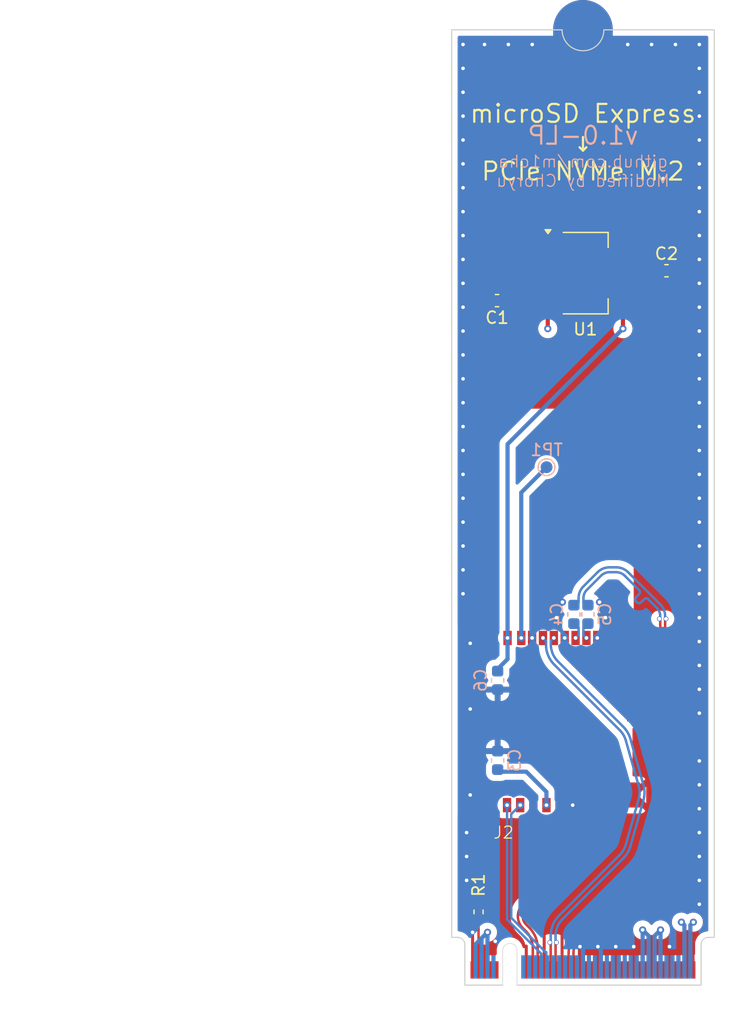
<source format=kicad_pcb>
(kicad_pcb (version 20241229) (generator "pcbnew") (generator_version "9.0")
  (layers (0 "F.Cu" signal) (4 "In1.Cu" power "In1.GND.Cu") (6 "In2.Cu" power "In2.VCC.Cu") (8 "In3.Cu" power "In3.VCC.Cu") (10 "In4.Cu" power "In4.GND.Cu") (2 "B.Cu" signal) (13 "F.Paste" user) (15 "B.Paste" user) (5 "F.SilkS" user "F.Silkscreen") (7 "B.SilkS" user "B.Silkscreen") (1 "F.Mask" user) (3 "B.Mask" user) (25 "Edge.Cuts" user))
  (net 0 "")
  (net 11 "GND")
  (net 14 "REFCLK-")
  (net 18 "+3V3")
  (net 24 "REFCLK+")
  (net 29 "~{CLKREQ}")
  (net 30 "~{PERST}")
  (net 37 "Net-(J1-VIO_CFG{slash}GND)")
  (net 42 "+1V8")
  (net 43 "Net-(J2-1V2)")
  (net 47 "PCIe_RX_CARD-")
  (net 48 "PCIe_RX-")
  (net 49 "PCIe_RX+")
  (net 50 "PCIe_RX_CARD+")
  (net 51 "PCIe_TX+")
  (net 52 "PCIe_TX-")
  (footprint "Capacitor_SMD:C_0603_1608Metric" (layer "F.Cu") (at 276.25 76.95)
    (property "Reference" "C2" (at 0 -1.43 0) (layer "F.SilkS"))
    (property "Value" "22uF")
    (fp_line (start -0.14058 -0.51) (end 0.14058 -0.51) (stroke (width 0.12)) (layer "F.SilkS"))
    (fp_line (start -0.14058 0.51) (end 0.14058 0.51) (stroke (width 0.12)) (layer "F.SilkS"))
    (pad "1" smd roundrect (at -0.775 0) (size 0.9 0.95) (layers "F.Cu" "F.Mask" "F.Paste") (net 42 "+1V8"))
    (pad "2" smd roundrect (at 0.775 0) (size 0.9 0.95) (layers "F.Cu" "F.Mask" "F.Paste") (net 11 "GND"))
  )
  (footprint "Resistor_SMD:R_0402_1005Metric" (layer "F.Cu") (at 260.5 130.64 -90)
    (property "Reference" "R1" (at -2.24 0 90) (layer "F.SilkS"))
    (property "Value" "DNP")
    (fp_line (start -0.153641 0.38) (end 0.153641 0.38) (stroke (width 0.12)) (layer "F.SilkS"))
    (fp_line (start -0.153641 -0.38) (end 0.153641 -0.38) (stroke (width 0.12)) (layer "F.SilkS"))
    (pad "1" smd roundrect (at -0.51 0 270) (size 0.54 0.64) (layers "F.Cu" "F.Mask" "F.Paste") (net 11 "GND"))
    (pad "2" smd roundrect (at 0.51 0 270) (size 0.54 0.64) (layers "F.Cu" "F.Mask" "F.Paste") (net 37 "Net-(J1-VIO_CFG{slash}GND)"))
  )
  (footprint "Package_TO_SOT_SMD:SOT-223-3_TabPin2" (layer "F.Cu") (at 269.45 77.15)
    (property "Reference" "U1" (at 0 4.7 0) (layer "F.SilkS"))
    (property "Value" "AMS1117-1.8")
    (fp_line (start -1.85 -3.41) (end 1.91 -3.41) (stroke (width 0.12)) (layer "F.SilkS"))
    (fp_line (start -1.85 3.41) (end 1.91 3.41) (stroke (width 0.12)) (layer "F.SilkS"))
    (fp_line (start 1.91 -3.41) (end 1.91 -2.15) (stroke (width 0.12)) (layer "F.SilkS"))
    (fp_line (start 1.91 3.41) (end 1.91 2.15) (stroke (width 0.12)) (layer "F.SilkS"))
    (fp_poly (pts (xy -3.13 -3.31) (xy -3.37 -3.64) (xy -2.89 -3.64) (xy -3.13 -3.31)) (stroke (width 0.12)) (fill yes) (layer "F.SilkS"))
    (pad "1" smd roundrect (at -3.15 -2.3) (size 2 1.5) (layers "F.Cu" "F.Mask" "F.Paste") (net 11 "GND"))
    (pad "2" smd roundrect (at -3.15 0) (size 2 1.5) (layers "F.Cu" "F.Mask" "F.Paste") (net 42 "+1V8"))
    (pad "2" smd roundrect (at 3.15 0) (size 2 3.8) (layers "F.Cu" "F.Mask" "F.Paste") (net 42 "+1V8"))
    (pad "3" smd roundrect (at -3.15 2.3) (size 2 1.5) (layers "F.Cu" "F.Mask" "F.Paste") (net 18 "+3V3"))
  )
  (footprint "m1cha:2280-key-M" (layer "F.Cu") (at 269.25 55.775)
    (property "Reference" "J1" (hide yes))
    (property "Value" "Bus_M.2_Socket_M" (hide yes))
    (fp_line (start -11 1) (end -11 77) (stroke (width 0.1)) (layer "Edge.Cuts"))
    (fp_line (start -11 1) (end -1.75 1) (stroke (width 0.1)) (layer "Edge.Cuts"))
    (fp_line (start -11 77) (end -10.5 77) (stroke (width 0.1)) (layer "Edge.Cuts"))
    (fp_line (start -9.9 77.6) (end -9.9 81) (stroke (width 0.1)) (layer "Edge.Cuts"))
    (fp_line (start -9.9 81) (end -6.725 81) (stroke (width 0.1)) (layer "Edge.Cuts"))
    (fp_line (start -6.725 81) (end -6.725 78.1) (stroke (width 0.05)) (layer "Edge.Cuts"))
    (fp_line (start -5.525 78.1) (end -5.525 81) (stroke (width 0.05)) (layer "Edge.Cuts"))
    (fp_line (start -5.525 81) (end 9.9 81) (stroke (width 0.1)) (layer "Edge.Cuts"))
    (fp_line (start 9.9 77.6) (end 9.9 81) (stroke (width 0.1)) (layer "Edge.Cuts"))
    (fp_line (start 11 1) (end 1.75 1) (stroke (width 0.1)) (layer "Edge.Cuts"))
    (fp_line (start 11 1) (end 11 77) (stroke (width 0.1)) (layer "Edge.Cuts"))
    (fp_line (start 11 77) (end 10.5 77) (stroke (width 0.1)) (layer "Edge.Cuts"))
    (fp_arc (start -10.5 77) (mid -10.075736 77.175736) (end -9.9 77.6) (stroke (width 0.1)) (layer "Edge.Cuts"))
    (fp_arc (start -6.725 78.1) (mid -6.125 77.5) (end -5.525 78.1) (stroke (width 0.05)) (layer "Edge.Cuts"))
    (fp_arc (start 1.75 1) (mid 0 2.75) (end -1.75 1) (stroke (width 0.1)) (layer "Edge.Cuts"))
    (fp_arc (start 9.9 77.6) (mid 10.075736 77.175736) (end 10.5 77) (stroke (width 0.1)) (layer "Edge.Cuts"))
    (pad "1" connect rect (at 9.25 79.725) (size 0.35 1.45) (layers "F.Cu" "F.Mask") (net 11 "GND"))
    (pad "2" connect rect (at 9 79.475) (size 0.35 1.95) (layers "B.Cu" "B.Mask") (net 18 "+3V3"))
    (pad "3" connect rect (at 8.75 79.725) (size 0.35 1.45) (layers "F.Cu" "F.Mask") (net 11 "GND"))
    (pad "4" connect rect (at 8.5 79.475) (size 0.35 1.95) (layers "B.Cu" "B.Mask") (net 18 "+3V3"))
    (pad "5" connect rect (at 8.25 79.725) (size 0.35 1.45) (layers "F.Cu" "F.Mask"))
    (pad "6" connect rect (at 8 79.475) (size 0.35 1.95) (layers "B.Cu" "B.Mask"))
    (pad "7" connect rect (at 7.75 79.725) (size 0.35 1.45) (layers "F.Cu" "F.Mask"))
    (pad "8" connect rect (at 7.5 79.475) (size 0.35 1.95) (layers "B.Cu" "B.Mask"))
    (pad "9" connect rect (at 7.25 79.725) (size 0.35 1.45) (layers "F.Cu" "F.Mask") (net 11 "GND"))
    (pad "10" connect rect (at 7 79.475) (size 0.35 1.95) (layers "B.Cu" "B.Mask"))
    (pad "11" connect rect (at 6.75 79.725) (size 0.35 1.45) (layers "F.Cu" "F.Mask"))
    (pad "12" connect rect (at 6.5 79.475) (size 0.35 1.95) (layers "B.Cu" "B.Mask") (net 18 "+3V3"))
    (pad "13" connect rect (at 6.25 79.725) (size 0.35 1.45) (layers "F.Cu" "F.Mask"))
    (pad "14" connect rect (at 6 79.475) (size 0.35 1.95) (layers "B.Cu" "B.Mask") (net 18 "+3V3"))
    (pad "15" connect rect (at 5.75 79.725) (size 0.35 1.45) (layers "F.Cu" "F.Mask") (net 11 "GND"))
    (pad "16" connect rect (at 5.5 79.475) (size 0.35 1.95) (layers "B.Cu" "B.Mask") (net 18 "+3V3"))
    (pad "17" connect rect (at 5.25 79.725) (size 0.35 1.45) (layers "F.Cu" "F.Mask"))
    (pad "18" connect rect (at 5 79.475) (size 0.35 1.95) (layers "B.Cu" "B.Mask") (net 18 "+3V3"))
    (pad "19" connect rect (at 4.75 79.725) (size 0.35 1.45) (layers "F.Cu" "F.Mask"))
    (pad "20" connect rect (at 4.5 79.475) (size 0.35 1.95) (layers "B.Cu" "B.Mask"))
    (pad "21" connect rect (at 4.25 79.725) (size 0.35 1.45) (layers "F.Cu" "F.Mask") (net 11 "GND"))
    (pad "22" connect rect (at 4 79.475) (size 0.35 1.95) (layers "B.Cu" "B.Mask"))
    (pad "23" connect rect (at 3.75 79.725) (size 0.35 1.45) (layers "F.Cu" "F.Mask"))
    (pad "24" connect rect (at 3.5 79.475) (size 0.35 1.95) (layers "B.Cu" "B.Mask"))
    (pad "25" connect rect (at 3.25 79.725) (size 0.35 1.45) (layers "F.Cu" "F.Mask"))
    (pad "26" connect rect (at 3 79.475) (size 0.35 1.95) (layers "B.Cu" "B.Mask"))
    (pad "27" connect rect (at 2.75 79.725) (size 0.35 1.45) (layers "F.Cu" "F.Mask") (net 11 "GND"))
    (pad "28" connect rect (at 2.5 79.475) (size 0.35 1.95) (layers "B.Cu" "B.Mask"))
    (pad "29" connect rect (at 2.25 79.725) (size 0.35 1.45) (layers "F.Cu" "F.Mask"))
    (pad "30" connect rect (at 2 79.475) (size 0.35 1.95) (layers "B.Cu" "B.Mask"))
    (pad "31" connect rect (at 1.75 79.725) (size 0.35 1.45) (layers "F.Cu" "F.Mask"))
    (pad "32" connect rect (at 1.5 79.475) (size 0.35 1.95) (layers "B.Cu" "B.Mask") (net 11 "GND"))
    (pad "33" connect rect (at 1.25 79.725) (size 0.35 1.45) (layers "F.Cu" "F.Mask") (net 11 "GND"))
    (pad "34" connect rect (at 1 79.475) (size 0.35 1.95) (layers "B.Cu" "B.Mask"))
    (pad "35" connect rect (at 0.75 79.725) (size 0.35 1.45) (layers "F.Cu" "F.Mask"))
    (pad "36" connect rect (at 0.5 79.475) (size 0.35 1.95) (layers "B.Cu" "B.Mask"))
    (pad "37" connect rect (at 0.25 79.725) (size 0.35 1.45) (layers "F.Cu" "F.Mask"))
    (pad "38" connect rect (at 0 79.475) (size 0.35 1.95) (layers "B.Cu" "B.Mask") (net 11 "GND"))
    (pad "39" connect rect (at -0.25 79.725) (size 0.35 1.45) (layers "F.Cu" "F.Mask") (net 11 "GND"))
    (pad "40" connect rect (at -0.5 79.475) (size 0.35 1.95) (layers "B.Cu" "B.Mask"))
    (pad "41" connect rect (at -0.75 79.725) (size 0.35 1.45) (layers "F.Cu" "F.Mask") (net 48 "PCIe_RX-"))
    (pad "42" connect rect (at -1 79.475) (size 0.35 1.95) (layers "B.Cu" "B.Mask"))
    (pad "43" connect rect (at -1.25 79.725) (size 0.35 1.45) (layers "F.Cu" "F.Mask") (net 49 "PCIe_RX+"))
    (pad "44" connect rect (at -1.5 79.475) (size 0.35 1.95) (layers "B.Cu" "B.Mask"))
    (pad "45" connect rect (at -1.75 79.725) (size 0.35 1.45) (layers "F.Cu" "F.Mask") (net 11 "GND"))
    (pad "46" connect rect (at -2 79.475) (size 0.35 1.95) (layers "B.Cu" "B.Mask"))
    (pad "47" connect rect (at -2.25 79.725) (size 0.35 1.45) (layers "F.Cu" "F.Mask") (net 52 "PCIe_TX-"))
    (pad "48" connect rect (at -2.5 79.475) (size 0.35 1.95) (layers "B.Cu" "B.Mask"))
    (pad "49" connect rect (at -2.75 79.725) (size 0.35 1.45) (layers "F.Cu" "F.Mask") (net 51 "PCIe_TX+"))
    (pad "50" connect rect (at -3 79.475) (size 0.35 1.95) (layers "B.Cu" "B.Mask") (net 30 "~{PERST}"))
    (pad "51" connect rect (at -3.25 79.725) (size 0.35 1.45) (layers "F.Cu" "F.Mask") (net 11 "GND"))
    (pad "52" connect rect (at -3.5 79.475) (size 0.35 1.95) (layers "B.Cu" "B.Mask") (net 29 "~{CLKREQ}"))
    (pad "53" connect rect (at -3.75 79.725) (size 0.35 1.45) (layers "F.Cu" "F.Mask") (net 14 "REFCLK-"))
    (pad "54" connect rect (at -4 79.475) (size 0.35 1.95) (layers "B.Cu" "B.Mask"))
    (pad "55" connect rect (at -4.25 79.725) (size 0.35 1.45) (layers "F.Cu" "F.Mask") (net 24 "REFCLK+"))
    (pad "56" connect rect (at -4.5 79.475) (size 0.35 1.95) (layers "B.Cu" "B.Mask"))
    (pad "57" connect rect (at -4.75 79.725) (size 0.35 1.45) (layers "F.Cu" "F.Mask") (net 11 "GND"))
    (pad "58" connect rect (at -5 79.475) (size 0.35 1.95) (layers "B.Cu" "B.Mask"))
    (pad "67" connect rect (at -7.25 79.725) (size 0.35 1.45) (layers "F.Cu" "F.Mask"))
    (pad "68" connect rect (at -7.5 79.475) (size 0.35 1.95) (layers "B.Cu" "B.Mask"))
    (pad "69" connect rect (at -7.75 79.725) (size 0.35 1.45) (layers "F.Cu" "F.Mask"))
    (pad "70" connect rect (at -8 79.475) (size 0.35 1.95) (layers "B.Cu" "B.Mask") (net 18 "+3V3"))
    (pad "71" connect rect (at -8.25 79.725) (size 0.35 1.45) (layers "F.Cu" "F.Mask") (net 11 "GND"))
    (pad "72" connect rect (at -8.5 79.475) (size 0.35 1.95) (layers "B.Cu" "B.Mask") (net 18 "+3V3"))
    (pad "73" connect rect (at -8.75 79.725) (size 0.35 1.45) (layers "F.Cu" "F.Mask") (net 37 "Net-(J1-VIO_CFG{slash}GND)"))
    (pad "74" connect rect (at -9 79.475) (size 0.35 1.95) (layers "B.Cu" "B.Mask") (net 18 "+3V3"))
    (pad "75" connect rect (at -9.25 79.725) (size 0.35 1.45) (layers "F.Cu" "F.Mask") (net 11 "GND"))
    (pad "76" connect circle (at 0 1) (size 5 5) (layers "F.Cu" "F.Mask") (net 11 "GND"))
    (pad "77" connect oval (at 0 1.5) (size 5 6) (layers "B.Cu" "B.Mask") (net 11 "GND"))
  )
  (footprint "Capacitor_SMD:C_0603_1608Metric" (layer "F.Cu") (at 262.05 79.45 180)
    (property "Reference" "C1" (at 0 -1.43 180) (layer "F.SilkS"))
    (property "Value" "10uF")
    (fp_line (start -0.14058 0.51) (end 0.14058 0.51) (stroke (width 0.12)) (layer "F.SilkS"))
    (fp_line (start -0.14058 -0.51) (end 0.14058 -0.51) (stroke (width 0.12)) (layer "F.SilkS"))
    (pad "1" smd roundrect (at -0.775 0 180) (size 0.9 0.95) (layers "F.Cu" "F.Mask" "F.Paste") (net 18 "+3V3"))
    (pad "2" smd roundrect (at 0.775 0 180) (size 0.9 0.95) (layers "F.Cu" "F.Mask" "F.Paste") (net 11 "GND"))
  )
  (footprint "m1cha:Amphenol 10102166A812A" (layer "F.Cu") (at 266.65 121.7 180)
    (property "Reference" "J2" (at 4.05 -2.3 0) (layer "F.SilkS") (effects (font (thickness 0.1))))
    (property "Value" "Micro_SDex_Card_Det1")
    (pad "1" smd rect (at 3.76 0 180) (size 0.7 1.2) (layers "F.Cu" "F.Mask" "F.Paste") (net 29 "~{CLKREQ}"))
    (pad "2" smd rect (at 2.66 0 180) (size 0.7 1.2) (layers "F.Cu" "F.Mask" "F.Paste") (net 30 "~{PERST}"))
    (pad "3" smd rect (at 1.56 0 180) (size 0.7 1.2) (layers "F.Cu" "F.Mask" "F.Paste"))
    (pad "4" smd rect (at 0.46 0 180) (size 0.7 1.2) (layers "F.Cu" "F.Mask" "F.Paste") (net 18 "+3V3"))
    (pad "5" smd rect (at -0.64 0 180) (size 0.7 1.2) (layers "F.Cu" "F.Mask" "F.Paste"))
    (pad "6" smd rect (at -6.85 0.85 180) (size 1.1 2.1) (layers "F.Cu" "F.Mask" "F.Paste") (net 11 "GND"))
    (pad "6" smd rect (at -6.85 8.05 180) (size 1.1 2.1) (layers "F.Cu" "F.Mask" "F.Paste") (net 11 "GND"))
    (pad "6" smd rect (at -6.85 13.55 180) (size 1.1 2.1) (layers "F.Cu" "F.Mask" "F.Paste") (net 11 "GND"))
    (pad "6" smd rect (at -1.74 0 180) (size 0.7 1.2) (layers "F.Cu" "F.Mask" "F.Paste") (net 11 "GND"))
    (pad "6" smd rect (at 6.85 0.85 180) (size 1.1 2.1) (layers "F.Cu" "F.Mask" "F.Paste") (net 11 "GND"))
    (pad "6" smd rect (at 6.85 8.05 180) (size 1.1 2.1) (layers "F.Cu" "F.Mask" "F.Paste") (net 11 "GND"))
    (pad "6" smd rect (at 6.85 13.55 180) (size 1.1 2.1) (layers "F.Cu" "F.Mask" "F.Paste") (net 11 "GND"))
    (pad "7" smd rect (at -2.84 0 180) (size 0.7 1.2) (layers "F.Cu" "F.Mask" "F.Paste") (net 24 "REFCLK+"))
    (pad "8" smd rect (at -3.94 0 180) (size 0.7 1.2) (layers "F.Cu" "F.Mask" "F.Paste") (net 14 "REFCLK-"))
    (pad "9" smd rect (at 3.72 14 180) (size 0.7 1.2) (layers "F.Cu" "F.Mask" "F.Paste") (net 42 "+1V8"))
    (pad "10" smd rect (at 1.66 14 180) (size 0.7 1.2) (layers "F.Cu" "F.Mask" "F.Paste") (net 11 "GND"))
    (pad "11" smd rect (at 0.75 14 180) (size 0.7 1.2) (layers "F.Cu" "F.Mask" "F.Paste") (net 51 "PCIe_TX+"))
    (pad "12" smd rect (at -0.16 14 180) (size 0.7 1.2) (layers "F.Cu" "F.Mask" "F.Paste") (net 52 "PCIe_TX-"))
    (pad "13" smd rect (at -1.07 14 180) (size 0.7 1.2) (layers "F.Cu" "F.Mask" "F.Paste") (net 11 "GND"))
    (pad "14" smd rect (at -1.98 14 180) (size 0.7 1.2) (layers "F.Cu" "F.Mask" "F.Paste") (net 47 "PCIe_RX_CARD-"))
    (pad "15" smd rect (at -2.89 14 180) (size 0.7 1.2) (layers "F.Cu" "F.Mask" "F.Paste") (net 50 "PCIe_RX_CARD+"))
    (pad "16" smd rect (at -3.8 14 180) (size 0.7 1.2) (layers "F.Cu" "F.Mask" "F.Paste") (net 11 "GND"))
    (pad "17" smd rect (at 2.57 14 180) (size 0.7 1.2) (layers "F.Cu" "F.Mask" "F.Paste") (net 43 "Net-(J2-1V2)"))
    (pad "18" smd rect (at -5.04 0 180) (size 0.7 1.2) (layers "F.Cu" "F.Mask" "F.Paste"))
    (zone (net 0) (net_name "") (layer "F.Cu") (connect_pads (clearance 0)) (min_thickness 0.25)
      (keepout (tracks not_allowed) (vias not_allowed) (pads not_allowed) (copperpour not_allowed) (footprints allowed))
      (fill (thermal_gap 0.5) (thermal_bridge_width 0.5))
      (polygon (pts (xy 272.65 120.85) (xy 272.65 119.55) (xy 273.4 119.55) (xy 273.4 115.05) (xy 272.65 115.05) (xy 272.65 112.35) (xy 273.4 112.35) (xy 273.4 109.55) (xy 272.65 109.55) (xy 272.65 108.65) (xy 260.65 108.65) (xy 260.65 109.55) (xy 259.9 109.55) (xy 259.9 112.35) (xy 260.65 112.35) (xy 260.65 115.05) (xy 259.9 115.05) (xy 259.9 119.55) (xy 260.65 119.55) (xy 260.65 120.85)))
    )
  )
  (footprint "TestPoint:TestPoint_Pad_D1.0mm" (layer "B.Cu") (at 266.2 93.4 180)
    (property "Reference" "TP1" (at 0 1.448 0) (layer "B.SilkS") (effects (justify mirror)))
    (property "Value" "TestPoint")
    (fp_circle (center 0 0) (end 0 -0.7) (stroke (width 0.12)) (fill no) (layer "B.SilkS"))
    (pad "1" smd circle (at 0 0 180) (size 1 1) (layers "B.Cu" "B.Mask") (net 43 "Net-(J2-1V2)"))
  )
  (footprint "Capacitor_SMD:C_0603_1608Metric" (layer "B.Cu") (at 262.1 111.25 -90)
    (property "Reference" "C6" (at 0 1.43 90) (layer "B.SilkS") (effects (justify mirror)))
    (property "Value" "100nF")
    (fp_line (start -0.14058 0.51) (end 0.14058 0.51) (stroke (width 0.12)) (layer "B.SilkS"))
    (fp_line (start -0.14058 -0.51) (end 0.14058 -0.51) (stroke (width 0.12)) (layer "B.SilkS"))
    (pad "1" smd roundrect (at -0.775 0 270) (size 0.9 0.95) (layers "B.Cu" "B.Mask" "B.Paste") (net 42 "+1V8"))
    (pad "2" smd roundrect (at 0.775 0 270) (size 0.9 0.95) (layers "B.Cu" "B.Mask" "B.Paste") (net 11 "GND"))
  )
  (footprint "Capacitor_SMD:C_0603_1608Metric" (layer "B.Cu") (at 269.665 105.7278 90)
    (property "Reference" "C5" (at 0 1.43 270) (layer "B.SilkS") (effects (justify mirror)))
    (property "Value" "220nF")
    (fp_line (start -0.14058 -0.51) (end 0.14058 -0.51) (stroke (width 0.12)) (layer "B.SilkS"))
    (fp_line (start -0.14058 0.51) (end 0.14058 0.51) (stroke (width 0.12)) (layer "B.SilkS"))
    (pad "1" smd roundrect (at -0.775 0 90) (size 0.9 0.95) (layers "B.Cu" "B.Mask" "B.Paste") (net 50 "PCIe_RX_CARD+"))
    (pad "2" smd roundrect (at 0.775 0 90) (size 0.9 0.95) (layers "B.Cu" "B.Mask" "B.Paste") (net 49 "PCIe_RX+"))
  )
  (footprint "Capacitor_SMD:C_0603_1608Metric" (layer "B.Cu") (at 268.49 105.7278 -90)
    (property "Reference" "C4" (at 0 1.43 90) (layer "B.SilkS") (effects (justify mirror)))
    (property "Value" "220nF")
    (fp_line (start -0.14058 0.51) (end 0.14058 0.51) (stroke (width 0.12)) (layer "B.SilkS"))
    (fp_line (start -0.14058 -0.51) (end 0.14058 -0.51) (stroke (width 0.12)) (layer "B.SilkS"))
    (pad "1" smd roundrect (at -0.775 0 270) (size 0.9 0.95) (layers "B.Cu" "B.Mask" "B.Paste") (net 48 "PCIe_RX-"))
    (pad "2" smd roundrect (at 0.775 0 270) (size 0.9 0.95) (layers "B.Cu" "B.Mask" "B.Paste") (net 47 "PCIe_RX_CARD-"))
  )
  (footprint "Capacitor_SMD:C_0603_1608Metric" (layer "B.Cu") (at 262.1 117.95 90)
    (property "Reference" "C3" (at 0 1.43 270) (layer "B.SilkS") (effects (justify mirror)))
    (property "Value" "100nF")
    (fp_line (start -0.14058 -0.51) (end 0.14058 -0.51) (stroke (width 0.12)) (layer "B.SilkS"))
    (fp_line (start -0.14058 0.51) (end 0.14058 0.51) (stroke (width 0.12)) (layer "B.SilkS"))
    (pad "1" smd roundrect (at -0.775 0 90) (size 0.9 0.95) (layers "B.Cu" "B.Mask" "B.Paste") (net 18 "+3V3"))
    (pad "2" smd roundrect (at 0.775 0 90) (size 0.9 0.95) (layers "B.Cu" "B.Mask" "B.Paste") (net 11 "GND"))
  )
  (gr_text "microSD Express\n↓\nPCIe NVMe M.2" (at 269.25 69.5 0) (layer "F.SilkS") (effects (font (size 1.5 1.5) (thickness 0.1875)) (justify bottom)))
  (gr_text "github.com/m1cha\nModified by Choryu" (at 269.25 70 0) (layer "B.SilkS") (effects (font (size 1 1) (thickness 0.1)) (justify bottom mirror)))
  (gr_text "v1.0-LP" (at 269.25 66.5 0) (layer "B.SilkS") (effects (font (size 1.5 1.5) (thickness 0.1875)) (justify bottom mirror)))
  (segment (start 275 135.5) (end 275 133.55) (width 0.35) (layer "F.Cu") (net 11))
  (segment (start 264.5 135.5) (end 264.5 133.5) (width 0.25) (layer "F.Cu") (net 11))
  (segment (start 273.5 135.5) (end 273.5 133.55) (width 0.35) (layer "F.Cu") (net 11))
  (segment (start 276.5 135.5) (end 276.5 133.55) (width 0.35) (layer "F.Cu") (net 11))
  (segment (start 266 135.5) (end 266 130.5) (width 0.25) (layer "F.Cu") (net 11))
  (segment (start 259.8 108.15) (end 259.8 107.7) (width 0.35) (layer "F.Cu") (net 11))
  (segment (start 267.5 135.5) (end 267.5 132) (width 0.25) (layer "F.Cu") (net 11))
  (segment (start 260 132.35) (end 259.99 132.34) (width 0.2) (layer "F.Cu") (net 11))
  (segment (start 278 135.5) (end 278 133.55) (width 0.35) (layer "F.Cu") (net 11))
  (segment (start 266 130.5) (end 266.75 129.75) (width 0.25) (layer "F.Cu") (net 11))
  (segment (start 272 135.5) (end 272 133.55) (width 0.35) (layer "F.Cu") (net 11))
  (segment (start 259.1 107) (end 259.1 106) (width 0.35) (layer "F.Cu") (net 11))
  (segment (start 260 135.5) (end 260 132.35) (width 0.25) (layer "F.Cu") (net 11))
  (segment (start 259.25 107.15) (end 259.1 107) (width 0.35) (layer "F.Cu") (net 11))
  (segment (start 278.5 135.5) (end 278.5 133.55) (width 0.2) (layer "F.Cu") (net 11))
  (segment (start 261 135.5) (end 261 133.55) (width 0.35) (layer "F.Cu") (net 11))
  (segment (start 269 135.5) (end 269 133.55) (width 0.35) (layer "F.Cu") (net 11))
  (segment (start 270.5 135.5) (end 270.5 133.55) (width 0.35) (layer "F.Cu") (net 11))
  (segment (start 259.8 107.7) (end 259.25 107.15) (width 0.35) (layer "F.Cu") (net 11))
  (via (at 259.2 84) (size 0.6) (drill 0.3) (layers "F.Cu" "B.Cu") (net 11))
  (via (at 279 58) (size 0.6) (drill 0.3) (layers "F.Cu" "B.Cu") (net 11))
  (via (at 279 128) (size 0.6) (drill 0.3) (layers "F.Cu" "B.Cu") (net 11))
  (via (at 273 58) (size 0.6) (drill 0.3) (layers "F.Cu" "B.Cu") (net 11))
  (via (at 267.72 107.7) (size 0.6) (drill 0.3) (layers "F.Cu" "B.Cu") (net 11))
  (via (at 259.2 62) (size 0.6) (drill 0.3) (layers "F.Cu" "B.Cu") (net 11))
  (via (at 259.2 80) (size 0.6) (drill 0.3) (layers "F.Cu" "B.Cu") (net 11))
  (via (at 259.2 70) (size 0.6) (drill 0.3) (layers "F.Cu" "B.Cu") (net 11))
  (via (at 259.5 128) (size 0.6) (drill 0.3) (layers "F.Cu" "B.Cu") (net 11))
  (via (at 264.99 107.7) (size 0.6) (drill 0.3) (layers "F.Cu" "B.Cu") (net 11))
  (via (at 279 104) (size 0.6) (drill 0.3) (layers "F.Cu" "B.Cu") (net 11))
  (via (at 279 64) (size 0.6) (drill 0.3) (layers "F.Cu" "B.Cu") (net 11))
  (via (at 259.2 98) (size 0.6) (drill 0.3) (layers "F.Cu" "B.Cu") (net 11))
  (via (at 259.2 100) (size 0.6) (drill 0.3) (layers "F.Cu" "B.Cu") (net 11))
  (via (at 279 126) (size 0.6) (drill 0.3) (layers "F.Cu" "B.Cu") (net 11))
  (via (at 279 120) (size 0.6) (drill 0.3) (layers "F.Cu" "B.Cu") (net 11))
  (via (at 259.2 96) (size 0.6) (drill 0.3) (layers "F.Cu" "B.Cu") (net 11))
  (via (at 279 60) (size 0.6) (drill 0.3) (layers "F.Cu" "B.Cu") (net 11))
  (via (at 259.2 78) (size 0.6) (drill 0.3) (layers "F.Cu" "B.Cu") (net 11))
  (via (at 267.03 106) (size 0.6) (drill 0.3) (layers "F.Cu" "B.Cu") (net 11))
  (via (at 270.5 133.55) (size 0.4) (drill 0.3) (layers "F.Cu" "B.Cu") (net 11))
  (via (at 279 78) (size 0.6) (drill 0.3) (layers "F.Cu" "B.Cu") (net 11))
  (via (at 260 132.35) (size 0.4) (drill 0.3) (layers "F.Cu" "B.Cu") (net 11))
  (via (at 279 72) (size 0.6) (drill 0.3) (layers "F.Cu" "B.Cu") (net 11))
  (via (at 279 112) (size 0.6) (drill 0.3) (layers "F.Cu" "B.Cu") (net 11))
  (via (at 259.2 86) (size 0.6) (drill 0.3) (layers "F.Cu" "B.Cu") (net 11))
  (via (at 279 68) (size 0.6) (drill 0.3) (layers "F.Cu" "B.Cu") (net 11))
  (via (at 279 80) (size 0.6) (drill 0.3) (layers "F.Cu" "B.Cu") (net 11))
  (via (at 259.2 60) (size 0.6) (drill 0.3) (layers "F.Cu" "B.Cu") (net 11))
  (via (at 279 70) (size 0.6) (drill 0.3) (layers "F.Cu" "B.Cu") (net 11))
  (via (at 279 62) (size 0.6) (drill 0.3) (layers "F.Cu" "B.Cu") (net 11))
  (via (at 279 98) (size 0.6) (drill 0.3) (layers "F.Cu" "B.Cu") (net 11))
  (via (at 279 76) (size 0.6) (drill 0.3) (layers "F.Cu" "B.Cu") (net 11))
  (via (at 279 86) (size 0.6) (drill 0.3) (layers "F.Cu" "B.Cu") (net 11))
  (via (at 259.8 113.65) (size 0.6) (drill 0.3) (layers "F.Cu" "B.Cu") (net 11))
  (via (at 279 106) (size 0.6) (drill 0.3) (layers "F.Cu" "B.Cu") (net 11))
  (via (at 279 90) (size 0.6) (drill 0.3) (layers "F.Cu" "B.Cu") (net 11))
  (via (at 273.5 133.55) (size 0.4) (drill 0.3) (layers "F.Cu" "B.Cu") (net 11))
  (via (at 259.2 66) (size 0.6) (drill 0.3) (layers "F.Cu" "B.Cu") (net 11))
  (via (at 259.2 82) (size 0.6) (drill 0.3) (layers "F.Cu" "B.Cu") (net 11))
  (via (at 259.8 120.85) (size 0.6) (drill 0.3) (layers "F.Cu" "B.Cu") (net 11))
  (via (at 279 92) (size 0.6) (drill 0.3) (layers "F.Cu" "B.Cu") (net 11))
  (via (at 269 133.55) (size 0.4) (drill 0.3) (layers "F.Cu" "B.Cu") (net 11))
  (via (at 279 66) (size 0.6) (drill 0.3) (layers "F.Cu" "B.Cu") (net 11))
  (via (at 279 100) (size 0.6) (drill 0.3) (layers "F.Cu" "B.Cu") (net 11))
  (via (at 259.2 92) (size 0.6) (drill 0.3) (layers "F.Cu" "B.Cu") (net 11))
  (via (at 279 102) (size 0.6) (drill 0.3) (layers "F.Cu" "B.Cu") (net 11))
  (via (at 279 84) (size 0.6) (drill 0.3) (layers "F.Cu" "B.Cu") (net 11))
  (via (at 270.45 107.7) (size 0.6) (drill 0.3) (layers "F.Cu" "B.Cu") (net 11))
  (via (at 279 122) (size 0.6) (drill 0.3) (layers "F.Cu" "B.Cu") (net 11))
  (via (at 279 118) (size 0.6) (drill 0.3) (layers "F.Cu" "B.Cu") (net 11))
  (via (at 279 110) (size 0.6) (drill 0.3) (layers "F.Cu" "B.Cu") (net 11))
  (via (at 259.2 76) (size 0.6) (drill 0.3) (layers "F.Cu" "B.Cu") (net 11))
  (via (at 279 96) (size 0.6) (drill 0.3) (layers "F.Cu" "B.Cu") (net 11))
  (via (at 259.5 124) (size 0.6) (drill 0.3) (layers "F.Cu" "B.Cu") (net 11))
  (via (at 279 124) (size 0.6) (drill 0.3) (layers "F.Cu" "B.Cu") (net 11))
  (via (at 259.2 104) (size 0.6) (drill 0.3) (layers "F.Cu" "B.Cu") (net 11))
  (via (at 259.2 72) (size 0.6) (drill 0.3) (layers "F.Cu" "B.Cu") (net 11))
  (via (at 271.14 106) (size 0.6) (drill 0.3) (layers "F.Cu" "B.Cu") (net 11))
  (via (at 275 58) (size 0.6) (drill 0.3) (layers "F.Cu" "B.Cu") (net 11))
  (via (at 259.2 94) (size 0.6) (drill 0.3) (layers "F.Cu" "B.Cu") (net 11))
  (via (at 279 74) (size 0.6) (drill 0.3) (layers "F.Cu" "B.Cu") (net 11))
  (via (at 261.9 133.1) (size 0.4) (drill 0.3) (layers "F.Cu" "B.Cu") (net 11))
  (via (at 279 88) (size 0.6) (drill 0.3) (layers "F.Cu" "B.Cu") (net 11))
  (via (at 279 94) (size 0.6) (drill 0.3) (layers "F.Cu" "B.Cu") (net 11))
  (via (at 272 133.55) (size 0.4) (drill 0.3) (layers "F.Cu" "B.Cu") (net 11))
  (via (at 263 58) (size 0.6) (drill 0.3) (layers "F.Cu" "B.Cu") (net 11))
  (via (at 261 58) (size 0.6) (drill 0.3) (layers "F.Cu" "B.Cu") (net 11))
  (via (at 279 82) (size 0.6) (drill 0.3) (layers "F.Cu" "B.Cu") (net 11))
  (via (at 259.2 74) (size 0.6) (drill 0.3) (layers "F.Cu" "B.Cu") (net 11))
  (via (at 259.8 108.15) (size 0.6) (drill 0.3) (layers "F.Cu" "B.Cu") (net 11))
  (via (at 270.64 104.7) (size 0.6) (drill 0.3) (layers "F.Cu" "B.Cu") (net 11))
  (via (at 276.5 133.55) (size 0.4) (drill 0.3) (layers "F.Cu" "B.Cu") (net 11))
  (via (at 259.2 88) (size 0.6) (drill 0.3) (layers "F.Cu" "B.Cu") (net 11))
  (via (at 265 58) (size 0.6) (drill 0.3) (layers "F.Cu" "B.Cu") (net 11))
  (via (at 268.39 121.7) (size 0.6) (drill 0.3) (layers "F.Cu" "B.Cu") (net 11))
  (via (at 267.53 104.7) (size 0.6) (drill 0.3) (layers "F.Cu" "B.Cu") (net 11))
  (via (at 279 114) (size 0.6) (drill 0.3) (layers "F.Cu" "B.Cu") (net 11))
  (via (at 259.2 68) (size 0.6) (drill 0.3) (layers "F.Cu" "B.Cu") (net 11))
  (via (at 259.2 90) (size 0.6) (drill 0.3) (layers "F.Cu" "B.Cu") (net 11))
  (via (at 259.2 58) (size 0.6) (drill 0.3) (layers "F.Cu" "B.Cu") (net 11))
  (via (at 259.5 126) (size 0.6) (drill 0.3) (layers "F.Cu" "B.Cu") (net 11))
  (via (at 279 130) (size 0.6) (drill 0.3) (layers "F.Cu" "B.Cu") (net 11))
  (via (at 259.2 102) (size 0.6) (drill 0.3) (layers "F.Cu" "B.Cu") (net 11))
  (via (at 259.2 64) (size 0.6) (drill 0.3) (layers "F.Cu" "B.Cu") (net 11))
  (via (at 279 108) (size 0.6) (drill 0.3) (layers "F.Cu" "B.Cu") (net 11))
  (via (at 277 58) (size 0.6) (drill 0.3) (layers "F.Cu" "B.Cu") (net 11))
  (segment (start 269.25 133.8) (end 269 133.55) (width 0.35) (layer "B.Cu") (net 11))
  (segment (start 270.75 133.8) (end 270.5 133.55) (width 0.35) (layer "B.Cu") (net 11))
  (segment (start 269.25 135.25) (end 269.25 133.8) (width 0.35) (layer "B.Cu") (net 11))
  (segment (start 270.75 135.25) (end 270.75 133.8) (width 0.35) (layer "B.Cu") (net 11))
  (segment (start 270.59 122.600001) (end 270.59 121.7) (width 0.205232) (layer "F.Cu") (net 14))
  (segment (start 264.204216 131.001196) (end 264.204216 130.998804) (width 0.205232) (layer "F.Cu") (net 14))
  (segment (start 264.748802 131.959996) (end 264.497109 131.708303) (width 0.205232) (layer "F.Cu") (net 14))
  (segment (start 265.5 134.412499) (end 265.454216 134.366715) (width 0.205232) (layer "F.Cu") (net 14))
  (segment (start 270.244216 122.945785) (end 270.59 122.600001) (width 0.205232) (layer "F.Cu") (net 14))
  (segment (start 265.454216 134.366715) (end 265.454216 133.663015) (width 0.205232) (layer "F.Cu") (net 14))
  (segment (start 270.244216 123.546985) (end 270.244216 122.945785) (width 0.205232) (layer "F.Cu") (net 14))
  (segment (start 264.497109 130.291697) (end 269.538803 125.250003) (width 0.205232) (layer "F.Cu") (net 14))
  (segment (start 265.5 135.5) (end 265.5 134.412499) (width 0.205232) (layer "F.Cu") (net 14))
  (arc (start 264.204216 130.998804) (mid 264.280336 130.616121) (end 264.497109 130.291697) (width 0.205232) (layer "F.Cu") (net 14))
  (arc (start 264.748802 131.959996) (mid 265.270885 132.741348) (end 265.454216 133.663015) (width 0.205232) (layer "F.Cu") (net 14))
  (arc (start 264.204216 131.001196) (mid 264.280336 131.383879) (end 264.497109 131.708303) (width 0.205232) (layer "F.Cu") (net 14))
  (arc (start 270.244216 123.546985) (mid 270.060885 124.468652) (end 269.538803 125.250003) (width 0.205232) (layer "F.Cu") (net 14))
  (segment (start 266.3 79.45) (end 266.3 81.8) (width 0.35) (layer "F.Cu") (net 18))
  (segment (start 266.3 79.45) (end 263 79.45) (width 0.35) (layer "F.Cu") (net 18))
  (via (at 275.75 132.15) (size 0.6) (drill 0.3) (layers "F.Cu" "B.Cu") (net 18))
  (via (at 266.3 81.8) (size 0.6) (drill 0.3) (layers "F.Cu" "B.Cu") (net 18))
  (via (at 274.25 132.15) (size 0.6) (drill 0.3) (layers "F.Cu" "B.Cu") (net 18))
  (via (at 266.19 121.7) (size 0.6) (drill 0.3) (layers "F.Cu" "B.Cu") (net 18))
  (via (at 277.5 131.5) (size 0.6) (drill 0.3) (layers "F.Cu" "B.Cu") (net 18))
  (via (at 261.25 132.35) (size 0.6) (drill 0.3) (layers "F.Cu" "B.Cu") (net 18))
  (via (at 278.5 131.5) (size 0.6) (drill 0.3) (layers "F.Cu" "B.Cu") (net 18))
  (segment (start 274.75 132.65) (end 274.25 132.15) (width 0.35) (layer "B.Cu") (net 18))
  (segment (start 275.75 135.25) (end 275.75 132.1) (width 0.35) (layer "B.Cu") (net 18))
  (segment (start 260.25 135.25) (end 260.25 133.35) (width 0.35) (layer "B.Cu") (net 18))
  (segment (start 260.75 135.25) (end 260.75 132.85) (width 0.35) (layer "B.Cu") (net 18))
  (segment (start 260.75 132.85) (end 261.25 132.35) (width 0.35) (layer "B.Cu") (net 18))
  (segment (start 266.19 120.59) (end 264.5 118.9) (width 0.35) (layer "B.Cu") (net 18))
  (segment (start 266.19 121.7) (end 266.19 120.59) (width 0.35) (layer "B.Cu") (net 18))
  (segment (start 274.75 135.25) (end 274.75 132.65) (width 0.35) (layer "B.Cu") (net 18))
  (segment (start 274.25 135.25) (end 274.25 132.15) (width 0.35) (layer "B.Cu") (net 18))
  (segment (start 277.75 135.25) (end 277.75 131.75) (width 0.35) (layer "B.Cu") (net 18))
  (segment (start 275.25 132.65) (end 275.75 132.15) (width 0.35) (layer "B.Cu") (net 18))
  (segment (start 278.25 135.25) (end 278.25 131.75) (width 0.35) (layer "B.Cu") (net 18))
  (segment (start 277.75 131.75) (end 277.5 131.5) (width 0.35) (layer "B.Cu") (net 18))
  (segment (start 278.25 131.75) (end 278.5 131.5) (width 0.35) (layer "B.Cu") (net 18))
  (segment (start 264.5 118.9) (end 262.1 118.9) (width 0.35) (layer "B.Cu") (net 18))
  (segment (start 260.25 133.35) (end 261.25 132.35) (width 0.35) (layer "B.Cu") (net 18))
  (segment (start 275.25 135.25) (end 275.25 132.65) (width 0.35) (layer "B.Cu") (net 18))
  (segment (start 261.25 135.25) (end 261.25 132.55) (width 0.35) (layer "B.Cu") (net 18))
  (segment (start 263.795784 131.001198) (end 263.795784 130.998802) (width 0.205232) (layer "F.Cu") (net 24))
  (segment (start 269.49 122.600001) (end 269.49 121.7) (width 0.205232) (layer "F.Cu") (net 24))
  (segment (start 265 134.412499) (end 265.045784 134.366715) (width 0.205232) (layer "F.Cu") (net 24))
  (segment (start 269.835784 123.546983) (end 269.835784 122.945785) (width 0.205232) (layer "F.Cu") (net 24))
  (segment (start 265.045784 134.366715) (end 265.045784 133.663017) (width 0.205232) (layer "F.Cu") (net 24))
  (segment (start 265 135.5) (end 265 134.412499) (width 0.205232) (layer "F.Cu") (net 24))
  (segment (start 264.208304 130.00289) (end 269.249998 124.961196) (width 0.205232) (layer "F.Cu") (net 24))
  (segment (start 269.835784 122.945785) (end 269.49 122.600001) (width 0.205232) (layer "F.Cu") (net 24))
  (segment (start 264.459997 132.248803) (end 264.208304 131.99711) (width 0.205232) (layer "F.Cu") (net 24))
  (arc (start 263.795784 130.998802) (mid 263.902995 130.459818) (end 264.208304 130.00289) (width 0.205232) (layer "F.Cu") (net 24))
  (arc (start 265.045784 133.663017) (mid 264.893543 132.89765) (end 264.459997 132.248803) (width 0.205232) (layer "F.Cu") (net 24))
  (arc (start 269.835784 123.546983) (mid 269.683543 124.31235) (end 269.249998 124.961196) (width 0.205232) (layer "F.Cu") (net 24))
  (arc (start 263.795784 131.001198) (mid 263.902995 131.540182) (end 264.208304 131.99711) (width 0.205232) (layer "F.Cu") (net 24))
  (via (at 262.89 121.7) (size 0.6) (drill 0.3) (layers "F.Cu" "B.Cu") (net 29))
  (segment (start 262.89 131.28) (end 262.89 121.7) (width 0.2) (layer "B.Cu") (net 29))
  (segment (start 265.75 134.14) (end 262.89 131.28) (width 0.2) (layer "B.Cu") (net 29))
  (segment (start 265.75 135.25) (end 265.75 134.14) (width 0.2) (layer "B.Cu") (net 29))
  (via (at 263.99 121.7) (size 0.6) (drill 0.3) (layers "F.Cu" "B.Cu") (net 30))
  (segment (start 266.176 135.046) (end 266.176 134.024) (width 0.2) (layer "B.Cu") (net 30))
  (segment (start 263.241 122.449) (end 263.99 121.7) (width 0.2) (layer "B.Cu") (net 30))
  (segment (start 263.241 131.134612) (end 263.241 122.449) (width 0.2) (layer "B.Cu") (net 30))
  (segment (start 266.101 134.024) (end 266.101 133.994612) (width 0.2) (layer "B.Cu") (net 30))
  (segment (start 266.176 134.024) (end 266.101 134.024) (width 0.2) (layer "B.Cu") (net 30))
  (segment (start 266.101 133.994612) (end 263.241 131.134612) (width 0.2) (layer "B.Cu") (net 30))
  (segment (start 266.25 135.25) (end 266.25 135.12) (width 0.2) (layer "B.Cu") (net 30))
  (segment (start 266.25 135.12) (end 266.176 135.046) (width 0.2) (layer "B.Cu") (net 30))
  (segment (start 260.5 135.5) (end 260.5 131.15) (width 0.2) (layer "F.Cu") (net 37))
  (segment (start 272.6 77.15) (end 272.6 81.8) (width 0.35) (layer "F.Cu") (net 42))
  (segment (start 272.6 77.15) (end 272.8 76.95) (width 0.2) (layer "F.Cu") (net 42))
  (segment (start 266.3 77.15) (end 272.6 77.15) (width 0.35) (layer "F.Cu") (net 42))
  (segment (start 275.3 76.95) (end 272.8 76.95) (width 0.35) (layer "F.Cu") (net 42))
  (segment (start 273 77.15) (end 272.6 77.15) (width 0.2) (layer "F.Cu") (net 42))
  (via (at 262.93 107.7) (size 0.6) (drill 0.3) (layers "F.Cu" "B.Cu") (net 42))
  (via (at 272.6 81.8) (size 0.6) (drill 0.3) (layers "F.Cu" "B.Cu") (net 42))
  (segment (start 262.93 107.7) (end 262.93 91.47) (width 0.35) (layer "B.Cu") (net 42))
  (segment (start 262.93 107.7) (end 262.93 109.47) (width 0.35) (layer "B.Cu") (net 42))
  (segment (start 262.93 91.47) (end 272.6 81.8) (width 0.35) (layer "B.Cu") (net 42))
  (segment (start 262.93 109.47) (end 262.1 110.3) (width 0.35) (layer "B.Cu") (net 42))
  (via (at 264.08 107.7) (size 0.6) (drill 0.3) (layers "F.Cu" "B.Cu") (net 43))
  (segment (start 266.2 93.4) (end 264.08 95.52) (width 0.35) (layer "B.Cu") (net 43))
  (segment (start 264.08 95.52) (end 264.08 107.7) (width 0.35) (layer "B.Cu") (net 43))
  (via (at 268.63 107.7) (size 0.4) (drill 0.3) (layers "F.Cu" "B.Cu") (net 47))
  (segment (start 268.53 106.48) (end 268.880783 106.830783) (width 0.205232) (layer "B.Cu") (net 47))
  (segment (start 268.880783 106.830783) (end 268.880783 107.449217) (width 0.205232) (layer "B.Cu") (net 47))
  (segment (start 268.880783 107.449217) (end 268.63 107.7) (width 0.205232) (layer "B.Cu") (net 47))
  (segment (start 268.5 134.412499) (end 268.454216 134.366715) (width 0.205232) (layer "F.Cu") (net 48))
  (segment (start 276.182285 107.180956) (end 277.541764 115.870963) (width 0.205232) (layer "F.Cu") (net 48))
  (segment (start 269.039831 132.708833) (end 275.579269 126.16781) (width 0.205232) (layer "F.Cu") (net 48))
  (segment (start 276.134217 106.562709) (end 276.134217 106.172383) (width 0.205232) (layer "F.Cu") (net 48))
  (segment (start 268.454216 134.366715) (end 268.454216 134.122875) (width 0.205232) (layer "F.Cu") (net 48))
  (segment (start 276.255534 124.83725) (end 277.541764 116.615467) (width 0.205232) (layer "F.Cu") (net 48))
  (segment (start 276.134217 106.172383) (end 276.2066 106.1) (width 0.205232) (layer "F.Cu") (net 48))
  (segment (start 268.5 135.5) (end 268.5 134.412499) (width 0.205232) (layer "F.Cu") (net 48))
  (via (at 276.2066 106.1) (size 0.4) (drill 0.3) (layers "F.Cu" "B.Cu") (net 48))
  (arc (start 269.039831 132.708833) (mid 268.606411 133.35762) (end 268.454216 134.122875) (width 0.205232) (layer "F.Cu") (net 48))
  (arc (start 275.579269 126.16781) (mid 276.023074 125.556239) (end 276.255534 124.83725) (width 0.205232) (layer "F.Cu") (net 48))
  (arc (start 276.182285 107.180956) (mid 276.146252 106.872765) (end 276.134217 106.562709) (width 0.205232) (layer "F.Cu") (net 48))
  (arc (start 277.541764 115.870963) (mid 277.570706 116.243215) (end 277.541764 116.615467) (width 0.205232) (layer "F.Cu") (net 48))
  (segment (start 276.134217 106.027617) (end 276.134217 105.878803) (width 0.205232) (layer "B.Cu") (net 48))
  (segment (start 272.041198 101.785784) (end 271.468802 101.785784) (width 0.205232) (layer "B.Cu") (net 48))
  (segment (start 268.880784 104.704215) (end 268.53 105.054999) (width 0.205232) (layer "B.Cu") (net 48))
  (segment (start 276.2066 106.1) (end 276.134217 106.027617) (width 0.205232) (layer "B.Cu") (net 48))
  (segment (start 275.721697 104.882891) (end 273.03711 102.198304) (width 0.205232) (layer "B.Cu") (net 48))
  (segment (start 270.47289 102.198304) (end 269.293304 103.37789) (width 0.205232) (layer "B.Cu") (net 48))
  (segment (start 268.880784 104.373802) (end 268.880784 104.704215) (width 0.205232) (layer "B.Cu") (net 48))
  (arc (start 271.468802 101.785784) (mid 270.929818 101.892995) (end 270.47289 102.198304) (width 0.205232) (layer "B.Cu") (net 48))
  (arc (start 272.041198 101.785784) (mid 272.580182 101.892995) (end 273.03711 102.198304) (width 0.205232) (layer "B.Cu") (net 48))
  (arc (start 276.134217 105.878803) (mid 276.027006 105.339819) (end 275.721697 104.882891) (width 0.205232) (layer "B.Cu") (net 48))
  (arc (start 269.293304 103.37789) (mid 268.987994 103.834818) (end 268.880784 104.373802) (width 0.205232) (layer "B.Cu") (net 48))
  (segment (start 275.725783 106.172383) (end 275.6534 106.1) (width 0.205232) (layer "F.Cu") (net 49))
  (segment (start 268 134.412499) (end 268.045784 134.366715) (width 0.205232) (layer "F.Cu") (net 49))
  (segment (start 268 135.5) (end 268 134.412499) (width 0.205232) (layer "F.Cu") (net 49))
  (segment (start 275.778759 107.244071) (end 277.13824 115.934091) (width 0.205232) (layer "F.Cu") (net 49))
  (segment (start 268.045784 134.366715) (end 268.045784 134.123015) (width 0.205232) (layer "F.Cu") (net 49))
  (segment (start 275.85169 124.776167) (end 277.13824 116.552339) (width 0.205232) (layer "F.Cu") (net 49))
  (segment (start 268.751198 132.419996) (end 275.289938 125.881256) (width 0.205232) (layer "F.Cu") (net 49))
  (segment (start 275.725783 106.562696) (end 275.725783 106.172383) (width 0.205232) (layer "F.Cu") (net 49))
  (via (at 275.6534 106.1) (size 0.4) (drill 0.3) (layers "F.Cu" "B.Cu") (net 49))
  (arc (start 275.85169 124.776167) (mid 275.658597 125.373334) (end 275.289938 125.881256) (width 0.205232) (layer "F.Cu") (net 49))
  (arc (start 275.778759 107.244071) (mid 275.739047 106.904412) (end 275.725783 106.562696) (width 0.205232) (layer "F.Cu") (net 49))
  (arc (start 268.045784 134.123015) (mid 268.229115 133.201348) (end 268.751198 132.419996) (width 0.205232) (layer "F.Cu") (net 49))
  (arc (start 277.13824 115.934091) (mid 277.162274 116.243215) (end 277.13824 116.552339) (width 0.205232) (layer "F.Cu") (net 49))
  (segment (start 274.378339 104.456557) (end 274.118537 104.716356) (width 0.205232) (layer "B.Cu") (net 49))
  (segment (start 272.041196 102.194216) (end 271.468804 102.194216) (width 0.205232) (layer "B.Cu") (net 49))
  (segment (start 273.954073 103.692879) (end 273.869222 103.608028) (width 0.205232) (layer "B.Cu") (net 49))
  (segment (start 269.289216 104.373804) (end 269.289216 104.704215) (width 0.205232) (layer "B.Cu") (net 49))
  (segment (start 275.6534 106.1) (end 275.725783 106.027617) (width 0.205232) (layer "B.Cu") (net 49))
  (segment (start 275.43289 105.171696) (end 274.717751 104.456557) (width 0.205232) (layer "B.Cu") (net 49))
  (segment (start 273.694272 104.292091) (end 273.954073 104.032291) (width 0.205232) (layer "B.Cu") (net 49))
  (segment (start 275.725783 106.027617) (end 275.725783 105.878803) (width 0.205232) (layer "B.Cu") (net 49))
  (segment (start 273.869222 103.608028) (end 273.283474 103.02228) (width 0.205232) (layer "B.Cu") (net 49))
  (segment (start 270.761697 102.487109) (end 269.582109 103.666697) (width 0.205232) (layer "B.Cu") (net 49))
  (segment (start 273.779125 104.716356) (end 273.694272 104.631503) (width 0.205232) (layer "B.Cu") (net 49))
  (segment (start 273.283474 103.02228) (end 272.748303 102.487109) (width 0.205232) (layer "B.Cu") (net 49))
  (arc (start 271.468804 102.194216) (mid 271.086121 102.270336) (end 270.761697 102.487109) (width 0.205232) (layer "B.Cu") (net 49))
  (arc (start 274.717751 104.456557) (mid 274.548044 104.386261) (end 274.378339 104.456557) (width 0.205232) (layer "B.Cu") (net 49))
  (arc (start 274.118537 104.716356) (mid 273.948832 104.786652) (end 273.779125 104.716356) (width 0.205232) (layer "B.Cu") (net 49))
  (arc (start 269.582109 103.666697) (mid 269.365336 103.991121) (end 269.289216 104.373804) (width 0.205232) (layer "B.Cu") (net 49))
  (arc (start 275.725783 105.878803) (mid 275.649663 105.496119) (end 275.43289 105.171696) (width 0.205232) (layer "B.Cu") (net 49))
  (arc (start 272.748303 102.487109) (mid 272.42388 102.270336) (end 272.041196 102.194216) (width 0.205232) (layer "B.Cu") (net 49))
  (arc (start 273.694272 104.631503) (mid 273.623978 104.461798) (end 273.694272 104.292091) (width 0.205232) (layer "B.Cu") (net 49))
  (arc (start 273.954073 104.032291) (mid 274.024367 103.862584) (end 273.954073 103.692879) (width 0.205232) (layer "B.Cu") (net 49))
  (via (at 269.54 107.7) (size 0.4) (drill 0.3) (layers "F.Cu" "B.Cu") (net 50))
  (segment (start 269.64 106.48) (end 269.289217 106.830783) (width 0.205232) (layer "B.Cu") (net 50))
  (segment (start 269.289217 106.830783) (end 269.289217 107.449217) (width 0.205232) (layer "B.Cu") (net 50))
  (segment (start 269.289217 107.449217) (end 269.54 107.7) (width 0.205232) (layer "B.Cu") (net 50))
  (segment (start 266.545783 133.272383) (end 266.4734 133.2) (width 0.205232) (layer "F.Cu") (net 51))
  (segment (start 266.5 135.5) (end 266.545783 135.454217) (width 0.205232) (layer "F.Cu") (net 51))
  (segment (start 266.545783 135.454217) (end 266.545783 133.272383) (width 0.205232) (layer "F.Cu") (net 51))
  (via (at 266.4734 133.2) (size 0.4) (drill 0.3) (layers "F.Cu" "B.Cu") (net 51))
  (via (at 265.9 107.7) (size 0.4) (drill 0.3) (layers "F.Cu" "B.Cu") (net 51))
  (segment (start 272.842113 124.999962) (end 273.921153 121.189995) (width 0.205232) (layer "B.Cu") (net 51))
  (segment (start 266.4734 133.2) (end 266.545783 133.127617) (width 0.205232) (layer "B.Cu") (net 51))
  (segment (start 266.545783 133.127617) (end 266.545783 132.653016) (width 0.205232) (layer "B.Cu") (net 51))
  (segment (start 266.150783 107.950783) (end 265.9 107.7) (width 0.205232) (layer "B.Cu") (net 51))
  (segment (start 272.332013 115.420819) (end 266.856196 109.945002) (width 0.205232) (layer "B.Cu") (net 51))
  (segment (start 267.251197 130.949997) (end 272.332014 125.86918) (width 0.205232) (layer "B.Cu") (net 51))
  (segment (start 266.150783 108.241984) (end 266.150783 107.950783) (width 0.205232) (layer "B.Cu") (net 51))
  (segment (start 272.842113 116.290038) (end 273.921153 120.100005) (width 0.205232) (layer "B.Cu") (net 51))
  (arc (start 266.856196 109.945002) (mid 266.334114 109.163651) (end 266.150783 108.241984) (width 0.205232) (layer "B.Cu") (net 51))
  (arc (start 273.921153 121.189995) (mid 273.99684 120.645) (end 273.921153 120.100005) (width 0.205232) (layer "B.Cu") (net 51))
  (arc (start 266.545783 132.653016) (mid 266.729114 131.731349) (end 267.251197 130.949997) (width 0.205232) (layer "B.Cu") (net 51))
  (arc (start 272.332013 115.420819) (mid 272.642713 115.82277) (end 272.842113 116.290038) (width 0.205232) (layer "B.Cu") (net 51))
  (arc (start 272.842113 124.999962) (mid 272.642713 125.467229) (end 272.332014 125.86918) (width 0.205232) (layer "B.Cu") (net 51))
  (segment (start 267 135.5) (end 266.954217 135.454217) (width 0.205232) (layer "F.Cu") (net 52))
  (segment (start 266.954217 135.454217) (end 266.954217 133.272383) (width 0.205232) (layer "F.Cu") (net 52))
  (segment (start 266.954217 133.272383) (end 267.0266 133.2) (width 0.205232) (layer "F.Cu") (net 52))
  (via (at 266.81 107.7) (size 0.4) (drill 0.3) (layers "F.Cu" "B.Cu") (net 52))
  (via (at 267.0266 133.2) (size 0.4) (drill 0.3) (layers "F.Cu" "B.Cu") (net 52))
  (segment (start 267.540004 131.238802) (end 272.620818 126.157988) (width 0.205232) (layer "B.Cu") (net 52))
  (segment (start 266.954217 133.127617) (end 266.954217 132.653016) (width 0.205232) (layer "B.Cu") (net 52))
  (segment (start 266.559217 107.950783) (end 266.81 107.7) (width 0.205232) (layer "B.Cu") (net 52))
  (segment (start 266.559217 108.241984) (end 266.559217 107.950783) (width 0.205232) (layer "B.Cu") (net 52))
  (segment (start 273.235088 116.17874) (end 274.314129 119.988709) (width 0.205232) (layer "B.Cu") (net 52))
  (segment (start 272.620818 115.132012) (end 267.145003 109.656197) (width 0.205232) (layer "B.Cu") (net 52))
  (segment (start 273.235088 125.111261) (end 274.314129 121.301291) (width 0.205232) (layer "B.Cu") (net 52))
  (segment (start 267.0266 133.2) (end 266.954217 133.127617) (width 0.205232) (layer "B.Cu") (net 52))
  (arc (start 266.559217 108.241984) (mid 266.711458 109.007351) (end 267.145003 109.656197) (width 0.205232) (layer "B.Cu") (net 52))
  (arc (start 273.235088 116.17874) (mid 272.994967 115.616049) (end 272.620818 115.132012) (width 0.205232) (layer "B.Cu") (net 52))
  (arc (start 274.314129 119.988709) (mid 274.405272 120.645) (end 274.314129 121.301291) (width 0.205232) (layer "B.Cu") (net 52))
  (arc (start 267.540004 131.238802) (mid 267.106458 131.887649) (end 266.954217 132.653016) (width 0.205232) (layer "B.Cu") (net 52))
  (arc (start 272.620818 126.157988) (mid 272.994967 125.673952) (end 273.235088 125.111261) (width 0.205232) (layer "B.Cu") (net 52))
  (zone (net 0) (net_name "") (layer "F.Cu") (connect_pads (clearance 0)) (min_thickness 0.25)
    (keepout (tracks allowed) (vias allowed) (pads allowed) (copperpour not_allowed) (footprints allowed))
    (fill (thermal_gap 0.5) (thermal_bridge_width 0.5))
    (polygon (pts (xy 259.5 88.5) (xy 273.5 88.5) (xy 273.5 107.5) (xy 259.5 107.5)))
  )
  (zone (net 11) (net_name "GND") (layer "F.Cu") (priority 4) (connect_pads (clearance 0.5)) (min_thickness 0.25) (fill yes (thermal_gap 0.5) (thermal_bridge_width 0.5))
    (polygon (pts (xy 257 55.5) (xy 281.5 55.5) (xy 281.5 138) (xy 257 138)))
  )
  (zone (net 11) (net_name "GND") (layer "B.Cu") (priority 5) (connect_pads (clearance 0.5)) (min_thickness 0.25) (fill yes (thermal_gap 0.5) (thermal_bridge_width 0.5))
    (polygon (pts (xy 257 55.5) (xy 281.5 55.5) (xy 281.5 138) (xy 257 138)))
  )
  (zone (net 0) (net_name "") (layers "B.Cu" "In4.Cu") (connect_pads (clearance 0)) (min_thickness 0.25)
    (keepout (tracks allowed) (vias allowed) (pads allowed) (copperpour not_allowed) (footprints allowed))
    (fill (thermal_gap 0.5) (thermal_bridge_width 0.5))
    (polygon (pts (xy 268.0208 104.7496) (xy 268.9352 104.7496) (xy 268.9352 106.7816) (xy 268.0208 106.7816)))
  )
  (zone (net 0) (net_name "") (layers "B.Cu" "In4.Cu") (connect_pads (clearance 0)) (min_thickness 0.25)
    (keepout (tracks allowed) (vias allowed) (pads allowed) (copperpour not_allowed) (footprints allowed))
    (fill (thermal_gap 0.5) (thermal_bridge_width 0.5))
    (polygon (pts (xy 269.2146 104.6988) (xy 270.129 104.6988) (xy 270.129 106.7816) (xy 269.2146 106.7816)))
  )
)
</source>
